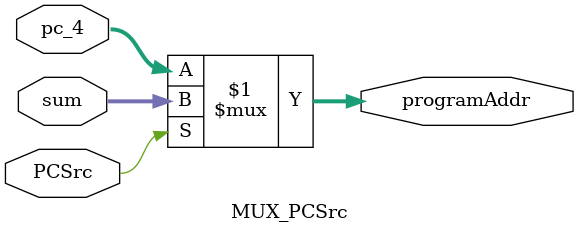
<source format=v>
module MUX_PCSrc(
    input wire [31:0] pc_4,
    input wire [31:0] sum,
    input wire PCSrc,
    output wire [31:0] programAddr
);

    assign programAddr = PCSrc ? sum : pc_4;

endmodule
</source>
